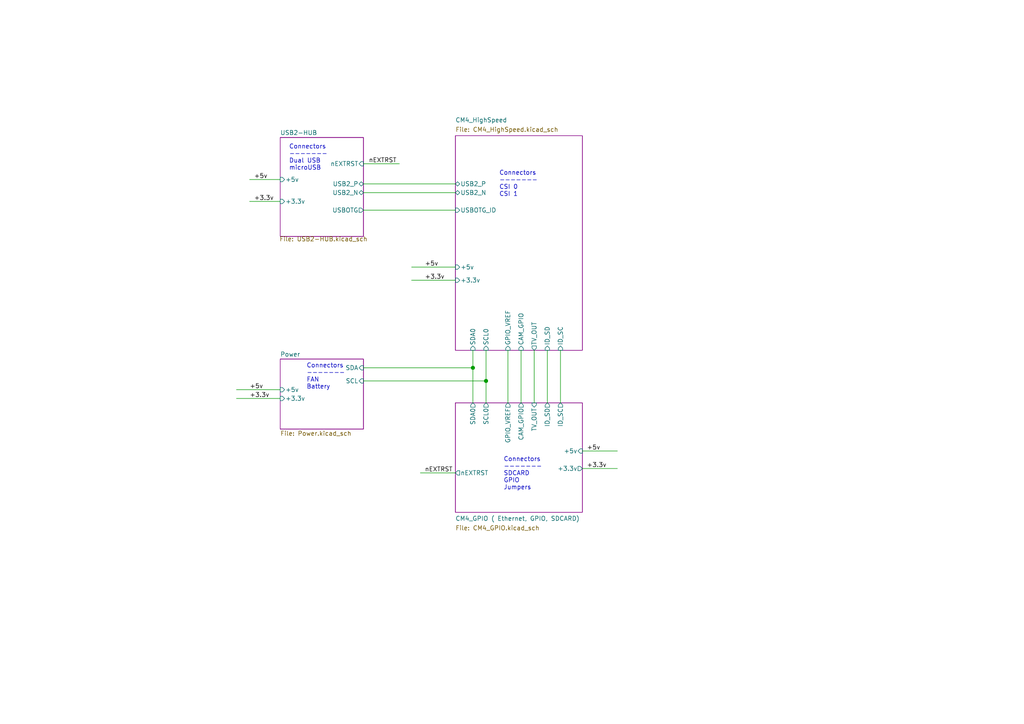
<source format=kicad_sch>
(kicad_sch (version 20210126) (generator eeschema)
  (paper "A4")
  (title_block (title "Open HD CM4 Carrier Board - Top Level") (date "2020-11-28") (rev "1") (comment 1 "https://github.com/OpenHD"))
  (lib_symbols)
  (junction (at 137.16 106.68) (diameter 1.016))
  (junction (at 140.97 110.49) (diameter 1.016))
  (wire (pts (xy 68.58 113.03) (xy 81.28 113.03)))
  (wire (pts (xy 81.28 52.07) (xy 72.39 52.07)))
  (wire (pts (xy 81.28 58.42) (xy 72.39 58.42)))
  (wire (pts (xy 81.28 115.57) (xy 68.58 115.57)))
  (wire (pts (xy 105.41 47.498) (xy 115.824 47.498)))
  (wire (pts (xy 105.41 53.34) (xy 132.08 53.34)))
  (wire (pts (xy 105.41 55.88) (xy 132.08 55.88)))
  (wire (pts (xy 105.41 60.96) (xy 132.08 60.96)))
  (wire (pts (xy 105.41 106.68) (xy 137.16 106.68)))
  (wire (pts (xy 105.41 110.49) (xy 140.97 110.49)))
  (wire (pts (xy 119.38 77.47) (xy 132.08 77.47)))
  (wire (pts (xy 121.92 137.16) (xy 132.08 137.16)))
  (wire (pts (xy 132.08 81.28) (xy 119.38 81.28)))
  (wire (pts (xy 137.16 101.6) (xy 137.16 106.68)))
  (wire (pts (xy 137.16 106.68) (xy 137.16 116.84)))
  (wire (pts (xy 140.97 110.49) (xy 140.97 101.6)))
  (wire (pts (xy 140.97 116.84) (xy 140.97 110.49)))
  (wire (pts (xy 147.32 101.6) (xy 147.32 116.84)))
  (wire (pts (xy 151.13 116.84) (xy 151.13 101.6)))
  (wire (pts (xy 154.94 116.84) (xy 154.94 101.6)))
  (wire (pts (xy 158.75 101.6) (xy 158.75 116.84)))
  (wire (pts (xy 162.56 116.84) (xy 162.56 101.6)))
  (wire (pts (xy 168.91 135.89) (xy 179.07 135.89)))
  (wire (pts (xy 179.07 130.81) (xy 168.91 130.81)))
  (text "Connectors\n-------\nDual USB\nmicroUSB" (at 83.82 49.53 0) (effects (font (size 1.27 1.27)) (justify left bottom)))
  (text "Connectors\n-------\nFAN\nBattery" (at 88.9 113.03 0) (effects (font (size 1.27 1.27)) (justify left bottom)))
  (text "Connectors\n-------\nCSI 0\nCSI 1" (at 144.78 57.15 0) (effects (font (size 1.27 1.27)) (justify left bottom)))
  (text "Connectors\n-------\nSDCARD\nGPIO\nJumpers" (at 146.05 142.24 0) (effects (font (size 1.27 1.27)) (justify left bottom)))
  (label "+5v" (at 72.39 113.03 0))
  (label "+3.3v" (at 72.39 115.57 0))
  (label "+5v" (at 73.66 52.07 0))
  (label "+3.3v" (at 73.66 58.42 0))
  (label "nEXTRST" (at 106.934 47.498 0))
  (label "+5v" (at 123.19 77.47 0))
  (label "+3.3v" (at 123.19 81.28 0))
  (label "nEXTRST" (at 123.19 137.16 0))
  (label "+5v" (at 170.18 130.81 0))
  (label "+3.3v" (at 170.18 135.89 0))
  (sheet (at 132.08 116.84) (size 36.83 31.75) (stroke (width 0.1524) (color 132 0 132 1)) (fill (color 255 255 255 0.0000))
    (property "Sheet name" "CM4_GPIO ( Ethernet, GPIO, SDCARD)" (at 132.08 151.13 0) (effects (justify left bottom)))
    (property "Sheet file" "CM4_GPIO.kicad_sch" (at 132.08 152.4 0) (effects (justify left top)))
    (pin "ID_SC" output (at 162.56 116.84 90))
    (pin "ID_SD" output (at 158.75 116.84 90))
    (pin "CAM_GPIO" output (at 151.13 116.84 90))
    (pin "SCL0" output (at 140.97 116.84 90))
    (pin "SDA0" output (at 137.16 116.84 90))
    (pin "+5v" input (at 168.91 130.81 0))
    (pin "+3.3v" output (at 168.91 135.89 0))
    (pin "nEXTRST" output (at 132.08 137.16 180))
    (pin "GPIO_VREF" output (at 147.32 116.84 90))
    (pin "TV_OUT" input (at 154.94 116.84 90))
  )
  (sheet (at 132.08 39.37) (size 36.83 62.23) (stroke (width 0.1524) (color 132 0 132 1)) (fill (color 255 255 255 0.0000))
    (property "Sheet name" "CM4_HighSpeed" (at 132.08 35.56 0) (effects (justify left bottom)))
    (property "Sheet file" "CM4_HighSpeed.kicad_sch" (at 132.08 36.83 0) (effects (justify left top)))
    (pin "USB2_N" bidirectional (at 132.08 55.88 180))
    (pin "USB2_P" bidirectional (at 132.08 53.34 180))
    (pin "ID_SC" input (at 162.56 101.6 270))
    (pin "ID_SD" input (at 158.75 101.6 270))
    (pin "CAM_GPIO" input (at 151.13 101.6 270))
    (pin "SCL0" input (at 140.97 101.6 270))
    (pin "SDA0" input (at 137.16 101.6 270))
    (pin "+5v" input (at 132.08 77.47 180))
    (pin "+3.3v" input (at 132.08 81.28 180))
    (pin "USBOTG_ID" input (at 132.08 60.96 180))
    (pin "GPIO_VREF" input (at 147.32 101.6 270))
    (pin "TV_OUT" output (at 154.94 101.6 270))
  )
  (sheet (at 81.28 104.14) (size 24.13 20.32) (stroke (width 0.152) (color 132 0 132 1)) (fill (color 255 255 255 0.0000))
    (property "Sheet name" "Power" (at 81.28 103.504 0) (effects (justify left bottom)))
    (property "Sheet file" "Power.kicad_sch" (at 81.28 124.969 0) (effects (justify left top)))
    (pin "SCL" input (at 105.41 110.49 0))
    (pin "SDA" input (at 105.41 106.68 0))
    (pin "+5v" input (at 81.28 113.03 180))
    (pin "+3.3v" input (at 81.28 115.57 180))
  )
  (sheet (at 81.28 39.878) (size 24.13 28.702) (stroke (width 0.1524) (color 132 0 132 1)) (fill (color 255 255 255 0.0000))
    (property "Sheet name" "USB2-HUB" (at 81.28 39.2425 0) (effects (justify left bottom)))
    (property "Sheet file" "USB2-HUB.kicad_sch" (at 81.026 68.58 0) (effects (justify left top)))
    (pin "USB2_N" bidirectional (at 105.41 55.88 0))
    (pin "USB2_P" bidirectional (at 105.41 53.34 0))
    (pin "+5v" input (at 81.28 52.07 180))
    (pin "+3.3v" input (at 81.28 58.42 180))
    (pin "nEXTRST" input (at 105.41 47.498 0))
    (pin "USBOTG" output (at 105.41 60.96 0))
  )
)
</source>
